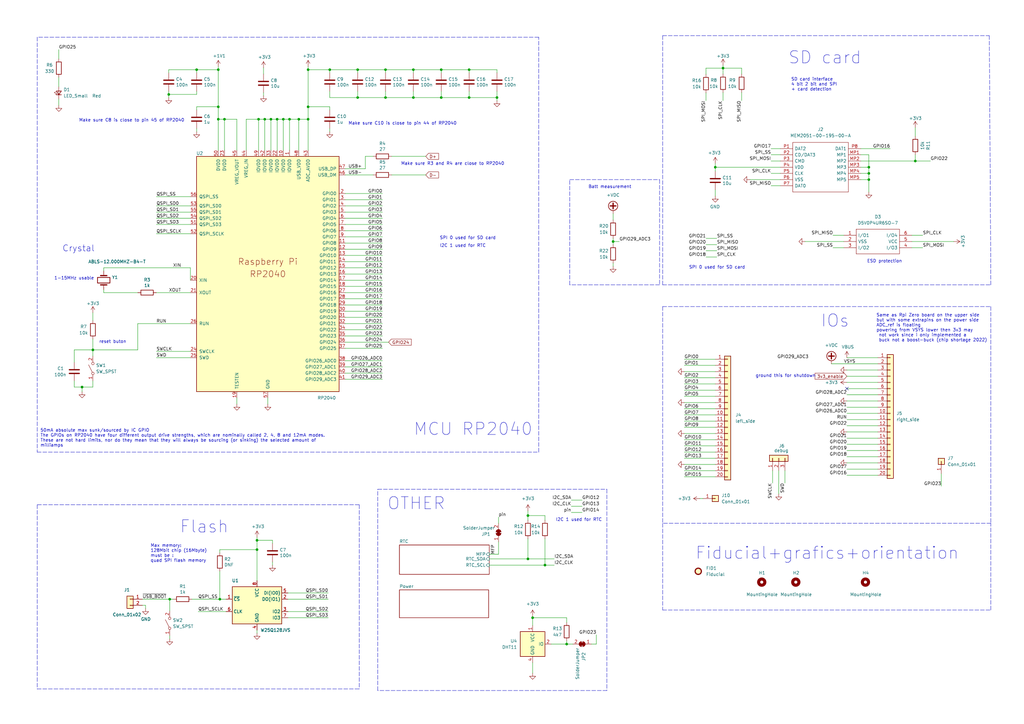
<source format=kicad_sch>
(kicad_sch (version 20211123) (generator eeschema)
  (paper "A3")
  (title_block (title "RP2040 learning board with Li ion battery and RTC") (rev "1"))
  (junction (at 169.545 40.005))
  (junction (at 203.835 40.005))
  (junction (at 218.44 253.365))
  (junction (at 108.585 48.895))
  (junction (at 118.745 48.895))
  (junction (at 106.045 48.895))
  (junction (at 90.17 245.745))
  (junction (at 105.41 221.615))
  (junction (at 89.535 48.895))
  (junction (at 375.412 66.04))
  (junction (at 126.365 48.895))
  (junction (at 89.535 43.815))
  (junction (at 113.665 48.895))
  (junction (at 192.405 28.575))
  (junction (at 89.535 28.575))
  (junction (at 192.405 40.005))
  (junction (at 111.125 48.895))
  (junction (at 69.215 38.735))
  (junction (at 296.545 27.94))
  (junction (at 80.645 28.575))
  (junction (at 126.365 43.815))
  (junction (at 158.115 40.005))
  (junction (at 116.205 48.895))
  (junction (at 135.255 28.575))
  (junction (at 158.115 28.575))
  (junction (at 293.37 68.58))
  (junction (at 180.975 28.575))
  (junction (at 356.362 68.58))
  (junction (at 146.685 40.005))
  (junction (at 69.596 245.745))
  (junction (at 251.46 99.06))
  (junction (at 38.1 143.51))
  (junction (at 216.535 229.235))
  (junction (at 146.685 28.575))
  (junction (at 180.975 40.005))
  (junction (at 223.52 231.775))
  (junction (at 356.362 73.66))
  (junction (at 33.655 158.75))
  (junction (at 122.555 48.895))
  (junction (at 126.365 28.575))
  (junction (at 356.362 71.12))
  (junction (at 232.41 264.16))
  (junction (at 105.41 225.425))
  (junction (at 92.075 48.895))
  (junction (at 169.545 28.575))
  (junction (at 216.535 211.455))
  (no_connect (at 347.345 159.385))
  (wire (pts (xy 141.605 132.715) (xy 156.845 132.715)))
  (wire (pts (xy 304.165 37.973) (xy 304.165 41.275)))
  (wire (pts (xy 169.545 37.465) (xy 169.545 40.005)))
  (wire (pts (xy 80.645 38.735) (xy 80.645 37.465)))
  (wire (pts (xy 89.535 28.575) (xy 89.535 43.815)))
  (wire (pts (xy 280.67 187.96) (xy 293.37 187.96)))
  (wire (pts (xy 360.045 187.325) (xy 347.345 187.325)))
  (wire (pts (xy 216.535 209.55) (xy 216.535 211.455)))
  (wire (pts (xy 280.67 147.32) (xy 293.37 147.32)))
  (wire (pts (xy 38.1 139.065) (xy 38.1 143.51)))
  (wire (pts (xy 64.135 86.995) (xy 78.105 86.995)))
  (polyline (pts (xy 248.92 200.66) (xy 248.92 283.21)))
  (wire (pts (xy 244.602 264.16) (xy 242.57 264.16)))
  (wire (pts (xy 346.075 96.52) (xy 341.63 96.52)))
  (wire (pts (xy 59.69 248.285) (xy 59.69 249.555)))
  (wire (pts (xy 304.165 27.94) (xy 304.165 30.353)))
  (wire (pts (xy 356.362 63.5) (xy 356.362 68.58)))
  (wire (pts (xy 280.67 190.5) (xy 293.37 190.5)))
  (wire (pts (xy 192.405 29.845) (xy 192.405 28.575)))
  (wire (pts (xy 375.412 52.324) (xy 375.412 55.88)))
  (wire (pts (xy 146.685 29.845) (xy 146.685 28.575)))
  (wire (pts (xy 141.605 94.615) (xy 156.845 94.615)))
  (wire (pts (xy 234.315 210.185) (xy 238.76 210.185)))
  (wire (pts (xy 89.535 48.895) (xy 89.535 61.595)))
  (wire (pts (xy 280.67 160.02) (xy 293.37 160.02)))
  (wire (pts (xy 141.605 89.535) (xy 156.845 89.535)))
  (wire (pts (xy 80.645 52.705) (xy 80.645 53.975)))
  (wire (pts (xy 200.66 229.235) (xy 216.535 229.235)))
  (wire (pts (xy 360.045 159.385) (xy 347.345 159.385)))
  (wire (pts (xy 204.47 222.25) (xy 204.47 227.33)))
  (wire (pts (xy 360.045 182.245) (xy 347.345 182.245)))
  (wire (pts (xy 69.215 38.735) (xy 80.645 38.735)))
  (wire (pts (xy 78.105 132.715) (xy 56.515 132.715)))
  (wire (pts (xy 374.015 96.52) (xy 378.46 96.52)))
  (polyline (pts (xy 220.98 185.42) (xy 220.98 15.24)))
  (wire (pts (xy 280.67 162.56) (xy 293.37 162.56)))
  (wire (pts (xy 80.645 28.575) (xy 89.535 28.575)))
  (wire (pts (xy 69.596 260.731) (xy 69.596 262.001)))
  (wire (pts (xy 251.46 87.63) (xy 251.46 90.17)))
  (wire (pts (xy 356.362 71.12) (xy 356.362 73.66)))
  (wire (pts (xy 64.135 84.455) (xy 78.105 84.455)))
  (wire (pts (xy 280.67 165.1) (xy 293.37 165.1)))
  (wire (pts (xy 141.605 147.955) (xy 156.845 147.955)))
  (wire (pts (xy 78.105 114.935) (xy 78.105 109.855)))
  (wire (pts (xy 226.06 264.16) (xy 232.41 264.16)))
  (wire (pts (xy 24.13 20.32) (xy 24.13 24.13)))
  (wire (pts (xy 192.405 37.465) (xy 192.405 40.005)))
  (wire (pts (xy 347.345 146.685) (xy 360.045 146.685)))
  (wire (pts (xy 347.345 174.625) (xy 360.045 174.625)))
  (wire (pts (xy 316.23 60.96) (xy 320.04 60.96)))
  (polyline (pts (xy 271.78 116.84) (xy 406.4 116.84)))
  (wire (pts (xy 126.365 43.815) (xy 126.365 48.895)))
  (wire (pts (xy 69.215 29.845) (xy 69.215 28.575)))
  (wire (pts (xy 118.745 48.895) (xy 118.745 61.595)))
  (wire (pts (xy 141.605 142.875) (xy 156.845 142.875)))
  (wire (pts (xy 118.11 243.205) (xy 134.62 243.205)))
  (wire (pts (xy 100.965 48.895) (xy 106.045 48.895)))
  (wire (pts (xy 232.41 262.89) (xy 232.41 264.16)))
  (wire (pts (xy 234.315 207.645) (xy 238.76 207.645)))
  (wire (pts (xy 289.56 38.1) (xy 289.56 41.275)))
  (wire (pts (xy 203.835 37.465) (xy 203.835 40.005)))
  (wire (pts (xy 33.655 158.75) (xy 30.48 158.75)))
  (wire (pts (xy 158.115 40.005) (xy 146.685 40.005)))
  (wire (pts (xy 169.545 40.005) (xy 158.115 40.005)))
  (wire (pts (xy 141.605 86.995) (xy 156.845 86.995)))
  (wire (pts (xy 118.745 48.895) (xy 122.555 48.895)))
  (wire (pts (xy 97.155 61.595) (xy 97.155 48.895)))
  (wire (pts (xy 89.535 43.815) (xy 89.535 48.895)))
  (wire (pts (xy 90.17 245.745) (xy 92.71 245.745)))
  (wire (pts (xy 280.67 175.26) (xy 293.37 175.26)))
  (wire (pts (xy 218.44 253.365) (xy 218.44 256.54)))
  (polyline (pts (xy 248.92 283.21) (xy 154.94 283.21)))
  (wire (pts (xy 141.605 97.155) (xy 156.845 97.155)))
  (wire (pts (xy 216.535 229.235) (xy 227.33 229.235)))
  (wire (pts (xy 192.405 28.575) (xy 203.835 28.575)))
  (wire (pts (xy 42.545 120.015) (xy 56.515 120.015)))
  (wire (pts (xy 135.255 28.575) (xy 146.685 28.575)))
  (wire (pts (xy 24.13 31.75) (xy 24.13 35.56)))
  (wire (pts (xy 105.41 220.345) (xy 105.41 221.615)))
  (wire (pts (xy 126.365 43.815) (xy 135.255 43.815)))
  (wire (pts (xy 296.545 27.94) (xy 296.545 30.353)))
  (wire (pts (xy 158.115 37.465) (xy 158.115 40.005)))
  (wire (pts (xy 141.605 122.555) (xy 156.845 122.555)))
  (wire (pts (xy 347.345 189.865) (xy 360.045 189.865)))
  (wire (pts (xy 58.42 248.285) (xy 59.69 248.285)))
  (wire (pts (xy 280.67 177.8) (xy 293.37 177.8)))
  (wire (pts (xy 244.602 260.35) (xy 244.602 264.16)))
  (wire (pts (xy 280.67 185.42) (xy 293.37 185.42)))
  (wire (pts (xy 30.48 143.51) (xy 38.1 143.51)))
  (wire (pts (xy 293.37 68.58) (xy 293.37 70.231)))
  (wire (pts (xy 347.345 154.305) (xy 360.045 154.305)))
  (wire (pts (xy 89.535 27.305) (xy 89.535 28.575)))
  (wire (pts (xy 223.52 211.455) (xy 223.52 213.36)))
  (wire (pts (xy 149.86 64.135) (xy 149.86 69.215)))
  (wire (pts (xy 141.605 135.255) (xy 156.845 135.255)))
  (wire (pts (xy 64.135 89.535) (xy 78.105 89.535)))
  (wire (pts (xy 346.075 101.6) (xy 341.63 101.6)))
  (wire (pts (xy 141.605 120.015) (xy 156.845 120.015)))
  (wire (pts (xy 141.605 130.175) (xy 156.845 130.175)))
  (wire (pts (xy 353.06 63.5) (xy 356.362 63.5)))
  (polyline (pts (xy 154.94 200.66) (xy 248.92 200.66)))
  (wire (pts (xy 92.075 61.595) (xy 92.075 48.895)))
  (wire (pts (xy 169.545 29.845) (xy 169.545 28.575)))
  (wire (pts (xy 78.105 95.885) (xy 64.135 95.885)))
  (wire (pts (xy 347.345 177.165) (xy 360.045 177.165)))
  (wire (pts (xy 280.67 154.94) (xy 293.37 154.94)))
  (polyline (pts (xy 406.4 214.63) (xy 271.78 214.63)))
  (wire (pts (xy 42.545 118.745) (xy 42.545 120.015)))
  (wire (pts (xy 289.56 27.94) (xy 289.56 30.48)))
  (wire (pts (xy 69.215 28.575) (xy 80.645 28.575)))
  (polyline (pts (xy 271.78 14.605) (xy 271.78 116.84)))
  (wire (pts (xy 146.685 37.465) (xy 146.685 40.005)))
  (wire (pts (xy 141.605 99.695) (xy 156.845 99.695)))
  (wire (pts (xy 180.975 29.845) (xy 180.975 28.575)))
  (wire (pts (xy 33.655 158.75) (xy 33.655 160.655)))
  (wire (pts (xy 69.596 245.745) (xy 58.42 245.745)))
  (wire (pts (xy 160.655 64.135) (xy 174.625 64.135)))
  (wire (pts (xy 108.585 61.595) (xy 108.585 48.895)))
  (polyline (pts (xy 406.4 125.73) (xy 406.4 214.63)))
  (polyline (pts (xy 270.51 73.66) (xy 270.51 116.84)))
  (wire (pts (xy 216.535 213.36) (xy 216.535 211.455)))
  (wire (pts (xy 111.76 221.615) (xy 105.41 221.615)))
  (wire (pts (xy 78.105 144.145) (xy 64.135 144.145)))
  (wire (pts (xy 353.06 66.04) (xy 375.412 66.04)))
  (wire (pts (xy 141.605 127.635) (xy 156.845 127.635)))
  (wire (pts (xy 108.077 37.973) (xy 108.077 39.243)))
  (wire (pts (xy 316.23 66.04) (xy 320.04 66.04)))
  (polyline (pts (xy 271.78 125.73) (xy 271.78 214.63)))
  (wire (pts (xy 218.44 252.73) (xy 218.44 253.365)))
  (wire (pts (xy 289.56 102.87) (xy 294.005 102.87)))
  (wire (pts (xy 289.56 105.41) (xy 294.005 105.41)))
  (wire (pts (xy 321.945 193.04) (xy 321.945 198.12)))
  (wire (pts (xy 56.515 132.715) (xy 56.515 143.51)))
  (wire (pts (xy 289.56 100.33) (xy 294.005 100.33)))
  (polyline (pts (xy 154.94 283.21) (xy 154.94 200.66)))
  (wire (pts (xy 135.255 45.085) (xy 135.255 43.815)))
  (wire (pts (xy 180.975 28.575) (xy 192.405 28.575)))
  (wire (pts (xy 251.46 99.06) (xy 251.46 100.33)))
  (wire (pts (xy 141.605 112.395) (xy 156.845 112.395)))
  (wire (pts (xy 141.605 125.095) (xy 156.845 125.095)))
  (wire (pts (xy 347.345 156.845) (xy 360.045 156.845)))
  (wire (pts (xy 97.155 163.195) (xy 97.155 165.735)))
  (polyline (pts (xy 271.78 14.605) (xy 405.765 14.605)))
  (wire (pts (xy 141.605 71.755) (xy 153.035 71.755)))
  (wire (pts (xy 108.077 27.813) (xy 108.077 30.353)))
  (wire (pts (xy 111.76 222.885) (xy 111.76 221.615)))
  (wire (pts (xy 360.045 164.465) (xy 347.345 164.465)))
  (wire (pts (xy 80.645 43.815) (xy 89.535 43.815)))
  (wire (pts (xy 141.605 69.215) (xy 149.86 69.215)))
  (wire (pts (xy 146.685 28.575) (xy 158.115 28.575)))
  (wire (pts (xy 111.76 230.505) (xy 111.76 231.775)))
  (wire (pts (xy 42.545 111.125) (xy 42.545 109.855)))
  (wire (pts (xy 287.02 204.47) (xy 288.29 204.47)))
  (wire (pts (xy 141.605 114.935) (xy 156.845 114.935)))
  (polyline (pts (xy 15.24 185.42) (xy 220.98 185.42)))
  (wire (pts (xy 360.045 192.405) (xy 347.345 192.405)))
  (polyline (pts (xy 147.32 207.01) (xy 15.24 207.01)))
  (wire (pts (xy 234.315 205.105) (xy 238.76 205.105)))
  (wire (pts (xy 118.11 253.365) (xy 134.62 253.365)))
  (wire (pts (xy 38.1 158.75) (xy 33.655 158.75)))
  (wire (pts (xy 113.665 48.895) (xy 116.205 48.895)))
  (wire (pts (xy 280.67 195.58) (xy 293.37 195.58)))
  (wire (pts (xy 280.67 172.72) (xy 293.37 172.72)))
  (wire (pts (xy 356.362 68.58) (xy 356.362 71.12)))
  (wire (pts (xy 111.125 61.595) (xy 111.125 48.895)))
  (polyline (pts (xy 15.24 207.01) (xy 15.24 282.575)))
  (wire (pts (xy 38.1 143.51) (xy 56.515 143.51)))
  (polyline (pts (xy 271.78 250.19) (xy 406.4 250.19)))
  (polyline (pts (xy 147.32 207.01) (xy 147.32 282.575)))
  (wire (pts (xy 141.605 81.915) (xy 156.845 81.915)))
  (wire (pts (xy 293.37 68.58) (xy 320.04 68.58)))
  (wire (pts (xy 135.255 37.465) (xy 135.255 40.005)))
  (wire (pts (xy 118.11 245.745) (xy 134.62 245.745)))
  (wire (pts (xy 42.545 109.855) (xy 78.105 109.855)))
  (wire (pts (xy 38.1 128.27) (xy 38.1 131.445)))
  (wire (pts (xy 293.37 67.056) (xy 293.37 68.58)))
  (wire (pts (xy 126.365 28.575) (xy 126.365 43.815)))
  (wire (pts (xy 353.06 60.96) (xy 365.125 60.96)))
  (wire (pts (xy 69.215 37.465) (xy 69.215 38.735)))
  (wire (pts (xy 135.255 29.845) (xy 135.255 28.575)))
  (wire (pts (xy 80.645 45.085) (xy 80.645 43.815)))
  (wire (pts (xy 204.47 212.09) (xy 204.47 214.63)))
  (wire (pts (xy 135.255 52.705) (xy 135.255 53.975)))
  (wire (pts (xy 78.74 245.745) (xy 90.17 245.745)))
  (wire (pts (xy 251.46 99.06) (xy 254 99.06)))
  (wire (pts (xy 203.835 40.005) (xy 203.835 41.275)))
  (wire (pts (xy 90.17 234.315) (xy 90.17 245.745)))
  (wire (pts (xy 347.345 169.545) (xy 360.045 169.545)))
  (polyline (pts (xy 15.24 282.575) (xy 147.32 282.575)))
  (wire (pts (xy 158.115 28.575) (xy 169.545 28.575)))
  (wire (pts (xy 316.23 71.12) (xy 320.04 71.12)))
  (wire (pts (xy 106.045 61.595) (xy 106.045 48.895)))
  (wire (pts (xy 92.075 48.895) (xy 89.535 48.895)))
  (wire (pts (xy 30.48 156.21) (xy 30.48 158.75)))
  (wire (pts (xy 200.66 231.775) (xy 223.52 231.775)))
  (wire (pts (xy 169.545 28.575) (xy 180.975 28.575)))
  (wire (pts (xy 360.045 184.785) (xy 347.345 184.785)))
  (wire (pts (xy 126.365 48.895) (xy 126.365 61.595)))
  (wire (pts (xy 360.045 167.005) (xy 347.345 167.005)))
  (wire (pts (xy 158.115 29.845) (xy 158.115 28.575)))
  (polyline (pts (xy 270.51 116.84) (xy 233.68 116.84)))
  (wire (pts (xy 78.105 80.645) (xy 64.135 80.645)))
  (wire (pts (xy 141.605 84.455) (xy 156.845 84.455)))
  (wire (pts (xy 38.1 143.51) (xy 38.1 146.05)))
  (wire (pts (xy 78.105 146.685) (xy 64.135 146.685)))
  (wire (pts (xy 316.23 63.5) (xy 320.04 63.5)))
  (polyline (pts (xy 233.68 73.66) (xy 270.51 73.66)))
  (wire (pts (xy 340.995 149.225) (xy 360.045 149.225)))
  (wire (pts (xy 30.48 143.51) (xy 30.48 148.59)))
  (wire (pts (xy 141.605 137.795) (xy 156.845 137.795)))
  (wire (pts (xy 251.46 107.95) (xy 251.46 109.22)))
  (wire (pts (xy 360.045 194.945) (xy 347.345 194.945)))
  (wire (pts (xy 356.362 73.66) (xy 353.06 73.66)))
  (wire (pts (xy 71.12 245.745) (xy 69.596 245.745)))
  (wire (pts (xy 232.41 253.365) (xy 218.44 253.365)))
  (wire (pts (xy 105.41 225.425) (xy 105.41 238.125)))
  (wire (pts (xy 113.665 61.595) (xy 113.665 48.895)))
  (wire (pts (xy 280.67 152.4) (xy 293.37 152.4)))
  (wire (pts (xy 223.52 231.775) (xy 227.33 231.775)))
  (wire (pts (xy 251.46 97.79) (xy 251.46 99.06)))
  (polyline (pts (xy 271.78 125.73) (xy 406.4 125.73)))
  (wire (pts (xy 289.56 27.94) (xy 296.545 27.94)))
  (polyline (pts (xy 220.98 15.24) (xy 15.24 15.24)))
  (wire (pts (xy 64.135 120.015) (xy 78.105 120.015)))
  (wire (pts (xy 106.045 48.895) (xy 108.585 48.895)))
  (polyline (pts (xy 271.78 214.63) (xy 271.78 250.19)))
  (wire (pts (xy 160.655 71.755) (xy 174.625 71.755)))
  (wire (pts (xy 64.135 92.075) (xy 78.105 92.075)))
  (wire (pts (xy 109.855 163.195) (xy 109.855 165.735)))
  (wire (pts (xy 280.67 167.64) (xy 293.37 167.64)))
  (wire (pts (xy 141.605 104.775) (xy 156.845 104.775)))
  (wire (pts (xy 116.205 61.595) (xy 116.205 48.895)))
  (wire (pts (xy 97.155 48.895) (xy 92.075 48.895)))
  (wire (pts (xy 180.975 37.465) (xy 180.975 40.005)))
  (wire (pts (xy 90.17 225.425) (xy 105.41 225.425)))
  (wire (pts (xy 141.605 150.495) (xy 156.845 150.495)))
  (wire (pts (xy 180.975 40.005) (xy 169.545 40.005)))
  (wire (pts (xy 69.215 38.735) (xy 69.215 40.005)))
  (wire (pts (xy 319.405 193.04) (xy 319.405 202.565)))
  (wire (pts (xy 316.865 193.04) (xy 316.865 198.12)))
  (wire (pts (xy 360.045 179.705) (xy 347.345 179.705)))
  (wire (pts (xy 216.535 211.455) (xy 223.52 211.455)))
  (wire (pts (xy 146.685 40.005) (xy 135.255 40.005)))
  (wire (pts (xy 280.67 182.88) (xy 293.37 182.88)))
  (polyline (pts (xy 406.4 250.19) (xy 406.4 214.63)))
  (wire (pts (xy 307.594 73.66) (xy 320.04 73.66)))
  (wire (pts (xy 141.605 92.075) (xy 156.845 92.075)))
  (wire (pts (xy 296.545 26.797) (xy 296.545 27.94)))
  (wire (pts (xy 141.605 107.315) (xy 156.845 107.315)))
  (wire (pts (xy 192.405 40.005) (xy 180.975 40.005)))
  (wire (pts (xy 116.205 48.895) (xy 118.745 48.895)))
  (wire (pts (xy 347.345 172.085) (xy 360.045 172.085)))
  (wire (pts (xy 90.17 226.695) (xy 90.17 225.425)))
  (wire (pts (xy 234.95 264.16) (xy 232.41 264.16)))
  (wire (pts (xy 141.605 117.475) (xy 156.845 117.475)))
  (wire (pts (xy 141.605 155.575) (xy 156.845 155.575)))
  (wire (pts (xy 100.965 61.595) (xy 100.965 48.895)))
  (wire (pts (xy 353.06 71.12) (xy 356.362 71.12)))
  (wire (pts (xy 105.41 221.615) (xy 105.41 225.425)))
  (wire (pts (xy 280.67 157.48) (xy 293.37 157.48)))
  (wire (pts (xy 203.835 29.845) (xy 203.835 28.575)))
  (wire (pts (xy 386.08 194.31) (xy 386.08 199.39)))
  (wire (pts (xy 218.44 271.78) (xy 218.44 276.098)))
  (wire (pts (xy 347.345 151.765) (xy 360.045 151.765)))
  (wire (pts (xy 122.555 48.895) (xy 126.365 48.895)))
  (wire (pts (xy 280.67 180.34) (xy 293.37 180.34)))
  (wire (pts (xy 280.67 170.18) (xy 293.37 170.18)))
  (wire (pts (xy 122.555 61.595) (xy 122.555 48.895)))
  (wire (pts (xy 374.015 101.6) (xy 378.46 101.6)))
  (wire (pts (xy 223.52 220.98) (xy 223.52 231.775)))
  (wire (pts (xy 149.86 64.135) (xy 153.035 64.135)))
  (wire (pts (xy 374.015 99.06) (xy 391.16 99.06)))
  (polyline (pts (xy 15.24 15.24) (xy 15.24 185.42)))
  (wire (pts (xy 293.37 77.851) (xy 293.37 80.391)))
  (wire (pts (xy 126.365 28.575) (xy 135.255 28.575)))
  (wire (pts (xy 81.28 250.825) (xy 92.71 250.825)))
  (wire (pts (xy 232.41 255.27) (xy 232.41 253.365)))
  (polyline (pts (xy 406.4 116.84) (xy 405.765 14.605)))
  (wire (pts (xy 289.56 97.79) (xy 294.005 97.79)))
  (wire (pts (xy 375.412 63.5) (xy 375.412 66.04)))
  (wire (pts (xy 353.06 68.58) (xy 356.362 68.58)))
  (wire (pts (xy 141.605 140.335) (xy 159.385 140.335)))
  (wire (pts (xy 141.605 109.855) (xy 156.845 109.855)))
  (wire (pts (xy 316.23 76.2) (xy 320.04 76.2)))
  (polyline (pts (xy 233.68 116.84) (xy 233.68 73.66)))
  (wire (pts (xy 296.545 37.973) (xy 296.545 41.275)))
  (wire (pts (xy 280.67 193.04) (xy 293.37 193.04)))
  (wire (pts (xy 105.41 258.445) (xy 105.41 259.715)))
  (wire (pts (xy 111.125 48.895) (xy 113.665 48.895)))
  (wire (pts (xy 126.365 27.305) (xy 126.365 28.575)))
  (wire (pts (xy 118.11 250.825) (xy 134.62 250.825)))
  (wire (pts (xy 24.13 40.64) (xy 24.13 43.18)))
  (wire (pts (xy 108.585 48.895) (xy 111.125 48.895)))
  (wire (pts (xy 356.362 78.74) (xy 356.362 73.66)))
  (wire (pts (xy 80.645 29.845) (xy 80.645 28.575)))
  (wire (pts (xy 141.605 153.035) (xy 156.845 153.035)))
  (wire (pts (xy 38.1 156.21) (xy 38.1 158.75)))
  (wire (pts (xy 192.405 40.005) (xy 203.835 40.005)))
  (wire (pts (xy 296.545 27.94) (xy 304.165 27.94)))
  (wire (pts (xy 216.535 220.98) (xy 216.535 229.235)))
  (wire (pts (xy 69.596 245.745) (xy 69.596 250.571)))
  (wire (pts (xy 200.66 227.33) (xy 204.47 227.33)))
  (wire (pts (xy 360.045 161.925) (xy 347.345 161.925)))
  (wire (pts (xy 141.605 102.235) (xy 156.845 102.235)))
  (wire (pts (xy 141.605 79.375) (xy 156.845 79.375)))
  (wire (pts (xy 330.2 99.06) (xy 346.075 99.06)))
  (wire (pts (xy 375.412 66.04) (xy 381.635 66.04)))
  (wire (pts (xy 280.67 149.86) (xy 293.37 149.86)))
  (text "I2C 1 used for RTC" (at 180.34 101.6 0) (effects (font (size 1.27 1.27)) (justify left bottom)))
  (text "Fiducial+grafics+orientation" (at 285.115 229.87 0) (effects (font (size 5 5)) (justify left bottom)))
  (text "SD card interface\n4 bit 2 bit and SPI\n+ card detection" (at 324.485 37.465 0) (effects (font (size 1.27 1.27)) (justify left bottom)))
  (text "OTHER" (at 158.75 209.55 0) (effects (font (size 5 5)) (justify left bottom)))
  (text "I2C 1 used for RTC" (at 227.965 213.995 0) (effects (font (size 1.27 1.27)) (justify left bottom)))
  (text "50mA absolute max sunk/sourced by IC GPIO\nThe GPIOs on RP2040 have four different output drive strengths, which are nominally called 2, 4, 8 and 12mA modes.\nThese are not hard limits, nor do they mean that they will always be sourcing (or sinking) the selected amount of\nmilliamps" (at 16.51 183.515 0) (effects (font (size 1.27 1.27)) (justify left bottom)))
  (text "IOs" (at 336.55 134.62 0) (effects (font (size 5 5)) (justify left bottom)))
  (text "Same as Rpi Zero board on the upper side\nbut with some extrapins on the power side\nADC_ref is floating\npowering from VSYS lower then 3v3 may\n not work since i only implemented a\n buck not a boost-buck (chip shortage 2022)" (at 359.41 140.335 0) (effects (font (size 1.27 1.27)) (justify left bottom)))
  (text "Flash" (at 73.66 219.075 0) (effects (font (size 5 5)) (justify left bottom)))
  (text "ground this for shutdown " (at 309.88 154.94 0) (effects (font (size 1.27 1.27)) (justify left bottom)))
  (text "Crystal" (at 25.527 103.505 0) (effects (font (size 2.54 2.54)) (justify left bottom)))
  (text "SD card" (at 323.215 26.67 0) (effects (font (size 5 5)) (justify left bottom)))
  (text "MCU RP2040" (at 169.545 179.07 0) (effects (font (size 5 5)) (justify left bottom)))
  (text "Make sure C8 is close to pin 45 of RP2040" (at 32.385 50.165 0) (effects (font (size 1.27 1.27)) (justify left bottom)))
  (text "SPI 0 used for SD card" (at 180.34 98.425 0) (effects (font (size 1.27 1.27)) (justify left bottom)))
  (text "Make sure R3 and R4 are close to RP2040" (at 164.465 67.945 0) (effects (font (size 1.27 1.27)) (justify left bottom)))
  (text "Max memory:\n128Mbit chip (16Mbyte)\nmust be :\nquad SPI flash memory" (at 61.722 230.759 0) (effects (font (size 1.27 1.27)) (justify left bottom)))
  (text "1-15MHz usable" (at 22.225 114.935 0) (effects (font (size 1.27 1.27)) (justify left bottom)))
  (text "Make sure C10 is close to pin 44 of RP2040" (at 142.875 51.435 0) (effects (font (size 1.27 1.27)) (justify left bottom)))
  (text "reset buton" (at 40.64 140.97 0) (effects (font (size 1.27 1.27)) (justify left bottom)))
  (text "SPI 0 used for SD card" (at 282.575 110.49 0) (effects (font (size 1.27 1.27)) (justify left bottom)))
  (text "ESD protection" (at 355.6 107.95 0) (effects (font (size 1.27 1.27)) (justify left bottom)))
  (text "Batt measurement" (at 241.3 77.47 0) (effects (font (size 1.27 1.27)) (justify left bottom)))
  (label "QSPI_SS" (at 81.28 245.745 0))
  (label "QSPI_SD2" (at 134.62 250.825 180))
  (label "GPIO26_ADC0" (at 347.345 169.545 180))
  (label "GPIO23" (at 386.08 199.39 180))
  (label "SPI_SS" (at 316.23 63.5 180))
  (label "RUN" (at 64.135 132.715 0))
  (label "GPIO6" (at 280.67 167.64 0))
  (label "GPIO18" (at 289.56 105.41 180))
  (label "GPIO16" (at 365.125 60.96 180))
  (label "~{USB_BOOT}" (at 58.42 245.745 0))
  (label "XOUT" (at 74.295 120.015 180))
  (label "GPIO17" (at 316.23 60.96 180))
  (label "GPIO25" (at 24.13 20.32 0))
  (label "SPI_MISO" (at 316.23 76.2 180))
  (label "GPIO0" (at 156.845 79.375 180))
  (label "GPIO11" (at 280.67 182.88 0))
  (label "QSPI_SD1" (at 134.62 245.745 180))
  (label "GPIO28_ADC2" (at 156.845 153.035 180))
  (label "USB+" (at 142.875 69.215 0))
  (label "I2C_SDA" (at 227.33 229.235 0))
  (label "SPI_CLK" (at 378.46 96.52 0))
  (label "GPIO11" (at 156.845 107.315 180))
  (label "QSPI_SD1" (at 64.135 86.995 0))
  (label "GPIO24" (at 156.845 140.335 180))
  (label "GPIO14" (at 280.67 193.04 0))
  (label "GPIO8" (at 280.67 172.72 0))
  (label "XIN" (at 74.295 109.855 180))
  (label "SPI_MISO" (at 294.005 100.33 0))
  (label "pin" (at 204.47 212.09 0))
  (label "I2C_CLK" (at 234.315 207.645 180))
  (label "GPIO29_ADC3" (at 254 99.06 0))
  (label "GPIO15" (at 156.845 117.475 180))
  (label "GPIO4" (at 280.67 160.02 0))
  (label "GPIO9" (at 280.67 175.26 0))
  (label "GPIO22" (at 381.635 66.04 0))
  (label "GPIO5" (at 156.845 92.075 180))
  (label "GPIO15" (at 280.67 195.58 0))
  (label "SWD" (at 321.945 198.12 270))
  (label "GPIO20" (at 289.56 100.33 180))
  (label "GPIO2" (at 280.67 154.94 0))
  (label "GPIO20" (at 156.845 130.175 180))
  (label "SWD" (at 64.135 146.685 0))
  (label "GPIO12" (at 156.845 109.855 180))
  (label "SPI_CLK" (at 316.23 71.12 180))
  (label "QSPI_SD3" (at 134.62 253.365 180))
  (label "GPIO21" (at 347.345 179.705 180))
  (label "QSPI_SD0" (at 134.62 243.205 180))
  (label "VSYS" (at 346.075 149.225 0))
  (label "QSPI_SD3" (at 64.135 92.075 0))
  (label "GPIO27_ADC1" (at 347.345 167.005 180))
  (label "SPI_MOSI" (at 289.56 41.275 270))
  (label "GPIO3" (at 156.845 86.995 180))
  (label "QSPI_SCLK" (at 64.135 95.885 0))
  (label "I2C_SDA" (at 234.315 205.105 180))
  (label "GPIO29_ADC3" (at 156.845 155.575 180))
  (label "GPIO18" (at 347.345 187.325 180))
  (label "GPIO22" (at 347.345 174.625 180))
  (label "GPIO13" (at 238.76 207.645 0))
  (label "GPIO16" (at 347.345 194.945 180))
  (label "pin" (at 234.315 210.185 180))
  (label "QSPI_SD2" (at 64.135 89.535 0))
  (label "SPI_MISO" (at 341.63 96.52 180))
  (label "SPI_CLK" (at 296.545 41.275 270))
  (label "GPIO22" (at 156.845 135.255 180))
  (label "GPIO20" (at 347.345 182.245 180))
  (label "GPIO13" (at 156.845 112.395 180))
  (label "GPIO9" (at 156.845 102.235 180))
  (label "SPI_MISO" (at 304.165 41.275 270))
  (label "GPIO10" (at 280.67 180.34 0))
  (label "GPIO12" (at 280.67 185.42 0))
  (label "MFP" (at 203.2 227.33 90))
  (label "GPIO28_ADC2" (at 347.345 161.925 180))
  (label "GPIO19" (at 289.56 102.87 180))
  (label "GPIO13" (at 280.67 187.96 0))
  (label "SPI_SS" (at 341.63 101.6 180))
  (label "I2C_CLK" (at 227.33 231.775 0))
  (label "SPI_CLK" (at 294.005 105.41 0))
  (label "GPIO17" (at 347.345 192.405 180))
  (label "GPIO1" (at 280.67 149.86 0))
  (label "GPIO14" (at 156.845 114.935 180))
  (label "GPIO1" (at 156.845 81.915 180))
  (label "GPIO25" (at 156.845 142.875 180))
  (label "SPI_MOSI" (at 294.005 102.87 0))
  (label "GPIO18" (at 156.845 125.095 180))
  (label "GPIO12" (at 238.76 205.105 0))
  (label "USB-" (at 142.875 71.755 0))
  (label "QSPI_SCLK" (at 81.28 250.825 0))
  (label "GPIO26_ADC0" (at 156.845 147.955 180))
  (label "QSPI_SS" (at 64.135 80.645 0))
  (label "GPIO2" (at 156.845 84.455 180))
  (label "GPIO23" (at 244.602 260.35 180))
  (label "GPIO6" (at 156.845 94.615 180))
  (label "GPIO14" (at 238.76 210.185 0))
  (label "SWCLK" (at 316.865 198.12 270))
  (label "GPIO19" (at 156.845 127.635 180))
  (label "SWCLK" (at 64.135 144.145 0))
  (label "GPIO29_ADC3" (at 318.77 147.32 0))
  (label "GPIO23" (at 156.845 137.795 180))
  (label "GPIO5" (at 280.67 162.56 0))
  (label "SPI_SS" (at 294.005 97.79 0))
  (label "GPIO21" (at 289.56 97.79 180))
  (label "SPI_MOSI" (at 378.46 101.6 0))
  (label "GPIO19" (at 347.345 184.785 180))
  (label "GPIO21" (at 156.845 132.715 180))
  (label "QSPI_SD0" (at 64.135 84.455 0))
  (label "GPIO8" (at 156.845 99.695 180))
  (label "GPIO17" (at 156.845 122.555 180))
  (label "GPIO16" (at 156.845 120.015 180))
  (label "RUN" (at 347.345 172.085 180))
  (label "GPIO7" (at 156.845 97.155 180))
  (label "GPIO0" (at 280.67 147.32 0))
  (label "GPIO4" (at 156.845 89.535 180))
  (label "GPIO3" (at 280.67 157.48 0))
  (label "GPIO27_ADC1" (at 156.845 150.495 180))
  (label "GPIO7" (at 280.67 170.18 0))
  (label "SPI_MOSI" (at 316.23 66.04 180))
  (label "GPIO10" (at 156.845 104.775 180))
  (global_label "D+" (shape input) (at 174.625 64.135 0) (property "Intersheet References" "${INTERSHEET_REFS}" (effects hide)))
  (global_label "3v3_enable" (shape input) (at 347.345 154.305 180) (property "Intersheet References" "${INTERSHEET_REFS}" (effects hide)))
  (global_label "GPIO24" (shape input) (at 159.385 140.335 0) (property "Intersheet References" "${INTERSHEET_REFS}" (effects hide)))
  (global_label "D-" (shape input) (at 174.625 71.755 0) (property "Intersheet References" "${INTERSHEET_REFS}" (effects hide)))
  (symbol (lib_id "Device:R") (at 251.46 93.98 0) (mirror x) (unit 1)
    (property "Reference" "R20" (at 247.65 92.71 0))
    (property "Value" "10k" (at 247.65 95.25 0))
    (property "Footprint" "Resistor_SMD:R_0603_1608Metric_Pad0.98x0.95mm_HandSolder" (effects hide))
  )
  (symbol (lib_id "Device:C") (at 30.48 152.4 0) (unit 1)
    (property "Reference" "C1" (at 23.495 151.13 0) (effects (justify left)))
    (property "Value" "100n" (at 22.225 153.67 0) (effects (justify left)))
    (property "Footprint" "Capacitor_SMD:C_0805_2012Metric_Pad1.18x1.45mm_HandSolder" (effects hide))
  )
  (symbol (lib_id "Device:C") (at 158.115 33.655 0) (unit 1)
    (property "Reference" "C13" (at 161.036 32.4866 0) (effects (justify left)))
    (property "Value" "100n" (at 161.036 34.798 0) (effects (justify left)))
    (property "Footprint" "Capacitor_SMD:C_0805_2012Metric_Pad1.18x1.45mm_HandSolder" (effects hide))
  )
  (symbol (lib_id "Device:LED_Small") (at 24.13 38.1 90) (unit 1)
    (property "Reference" "D1" (at 26.035 36.7664 90) (effects (justify right)))
    (property "Value" "LED_Small  Red" (at 26.035 39.3064 90) (effects (justify right)))
    (property "Footprint" "LED_SMD:LED_0603_1608Metric_Pad1.05x0.95mm_HandSolder" (effects hide))
  )
  (symbol (lib_id "Device:R") (at 375.412 59.69 180) (unit 1)
    (property "Reference" "R11" (at 380.6698 59.69 90))
    (property "Value" "10k" (at 378.3584 59.69 90))
    (property "Footprint" "Resistor_SMD:R_0603_1608Metric_Pad0.98x0.95mm_HandSolder" (effects hide))
  )
  (symbol (lib_id "Device:C") (at 69.215 33.655 0) (unit 1)
    (property "Reference" "C4" (at 72.136 32.4866 0) (effects (justify left)))
    (property "Value" "100n" (at 72.136 34.798 0) (effects (justify left)))
    (property "Footprint" "Capacitor_SMD:C_0805_2012Metric_Pad1.18x1.45mm_HandSolder" (effects hide))
  )
  (symbol (lib_id "Mechanical:MountingHole") (at 354.965 238.76 0) (unit 1)
    (property "Reference" "H4" (at 353.695 234.95 0) (effects (justify left)))
    (property "Value" "MountingHole" (at 348.615 243.84 0) (effects (justify left)))
    (property "Footprint" "MountingHole:MountingHole_3.2mm_M3" (effects hide))
  )
  (symbol (lib_id "Device:R") (at 156.845 64.135 270) (unit 1)
    (property "Reference" "R4" (at 156.845 58.8772 90))
    (property "Value" "27" (at 156.845 61.1886 90))
    (property "Footprint" "Resistor_SMD:R_0603_1608Metric_Pad0.98x0.95mm_HandSolder" (effects hide))
  )
  (symbol (lib_id "Device:C") (at 108.077 34.163 0) (unit 1)
    (property "Reference" "C8" (at 110.998 32.9946 0) (effects (justify left)))
    (property "Value" "10u" (at 110.998 35.306 0) (effects (justify left)))
    (property "Footprint" "Capacitor_THT:CP_Radial_D8.0mm_P3.50mm" (effects hide))
  )
  (symbol (lib_id "SamacSys_Parts:MEM2051-00-195-00-A") (at 320.04 60.96 0) (unit 1)
    (property "Reference" "J2" (at 336.55 53.086 0))
    (property "Value" "MEM2051-00-195-00-A" (at 336.55 55.626 0))
    (property "Footprint" "SamacSys_Parts:MEM20510019500A" (effects hide))
    (property "Datasheet" "https://gct.co/files/drawings/mem2051.pdf" (effects hide))
    (property "Description" "MICRO SD PUSH PUSH, OPEN, SMT, 1" (effects hide))
    (property "Height" "2.05" (effects hide))
    (property "Mouser Part Number" "640-MEM20510019500A" (effects hide))
    (property "Mouser Price/Stock" "https://www.mouser.co.uk/ProductDetail/GCT/MEM2051-00-195-00-A?qs=KUoIvG%2F9Ilat7yfJRNWXUQ%3D%3D" (effects hide))
    (property "Manufacturer_Name" "GCT (GLOBAL CONNECTOR TECHNOLOGY)" (effects hide))
    (property "Manufacturer_Part_Number" "MEM2051-00-195-00-A" (effects hide))
  )
  (symbol (lib_id "Device:C") (at 135.255 48.895 0) (unit 1)
    (property "Reference" "C10" (at 138.176 47.7266 0) (effects (justify left)))
    (property "Value" "1u" (at 138.176 50.038 0) (effects (justify left)))
    (property "Footprint" "Capacitor_SMD:C_0805_2012Metric_Pad1.18x1.45mm_HandSolder" (effects hide))
  )
  (symbol (lib_id "power:GND") (at 251.46 109.22 0) (unit 1)
    (property "Reference" "#PWR070" (effects hide))
    (property "Value" "GND" (effects hide))
  )
  (symbol (lib_id "power:+3V3") (at 296.545 26.797 0) (unit 1)
    (property "Reference" "#PWR027" (effects hide))
    (property "Value" "+3V3" (at 296.545 22.987 0))
  )
  (symbol (lib_id "Mechanical:Fiducial") (at 286.385 234.315 0) (unit 1)
    (property "Reference" "FID1" (at 289.56 233.0449 0) (effects (justify left)))
    (property "Value" "Fiducial" (at 289.56 235.5849 0) (effects (justify left)))
    (property "Footprint" "Fiducial:Fiducial_0.5mm_Mask1mm" (effects hide))
  )
  (symbol (lib_id "power:+3V3") (at 105.41 220.345 0) (unit 1)
    (property "Reference" "#PWR02" (effects hide))
    (property "Value" "+3V3" (at 105.791 215.9508 0))
  )
  (symbol (lib_id "power:VBUS") (at 347.345 146.685 0) (unit 1)
    (property "Reference" "#PWR025" (effects hide))
    (property "Value" "VBUS" (at 347.726 142.2908 0))
  )
  (symbol (lib_id "Switch:SW_SPST") (at 69.596 255.651 90) (unit 1)
    (property "Reference" "SW2" (at 70.866 254.3809 90) (effects (justify right)))
    (property "Value" "SW_SPST" (at 70.866 256.9209 90) (effects (justify right)))
    (property "Footprint" "SamacSys_Parts:PTS526SK15SMTR2LFS" (effects hide))
  )
  (symbol (lib_id "Device:R") (at 251.46 104.14 0) (mirror x) (unit 1)
    (property "Reference" "R22" (at 247.65 102.87 0))
    (property "Value" "10k" (at 247.65 105.41 0))
    (property "Footprint" "Resistor_SMD:R_0603_1608Metric_Pad0.98x0.95mm_HandSolder" (effects hide))
  )
  (symbol (lib_id "power:+3V3") (at 375.412 52.324 0) (unit 1)
    (property "Reference" "#PWR032" (effects hide))
    (property "Value" "+3V3" (at 375.412 48.514 0))
  )
  (symbol (lib_id "Device:R") (at 60.325 120.015 270) (unit 1)
    (property "Reference" "R3" (at 60.325 114.7572 90))
    (property "Value" "1k" (at 60.325 117.0686 90))
    (property "Footprint" "Resistor_SMD:R_0603_1608Metric_Pad0.98x0.95mm_HandSolder" (effects hide))
  )
  (symbol (lib_id "Device:R") (at 38.1 135.255 0) (mirror x) (unit 1)
    (property "Reference" "R7" (at 34.29 133.985 0))
    (property "Value" "10k" (at 34.29 136.525 0))
    (property "Footprint" "Resistor_SMD:R_0603_1608Metric_Pad0.98x0.95mm_HandSolder" (effects hide))
  )
  (symbol (lib_id "Connector_Generic:Conn_01x03") (at 319.405 187.96 90) (unit 1)
    (property "Reference" "J6" (at 319.405 182.88 90) (effects (justify right)))
    (property "Value" "debug" (at 317.5 184.785 90) (effects (justify right)))
    (property "Footprint" "Connector_PinSocket_2.54mm:PinSocket_1x03_P2.54mm_Vertical" (effects hide))
  )
  (symbol (lib_id "power:+3.3V") (at 293.37 67.056 0) (mirror y) (unit 1)
    (property "Reference" "#PWR019" (effects hide))
    (property "Value" "+3.3V" (at 292.989 62.6618 0))
  )
  (symbol (lib_id "Device:C") (at 180.975 33.655 0) (unit 1)
    (property "Reference" "C15" (at 183.896 32.4866 0) (effects (justify left)))
    (property "Value" "100n" (at 183.896 34.798 0) (effects (justify left)))
    (property "Footprint" "Capacitor_SMD:C_0805_2012Metric_Pad1.18x1.45mm_HandSolder" (effects hide))
  )
  (symbol (lib_id "power:GND") (at 105.41 259.715 0) (unit 1)
    (property "Reference" "#PWR03" (effects hide))
    (property "Value" "GND" (effects hide))
  )
  (symbol (lib_id "power:GND") (at 80.645 53.975 0) (unit 1)
    (property "Reference" "#PWR08" (effects hide))
    (property "Value" "GND" (effects hide))
  )
  (symbol (lib_id "Device:C") (at 203.835 33.655 0) (unit 1)
    (property "Reference" "C17" (at 206.756 32.4866 0) (effects (justify left)))
    (property "Value" "100n" (at 206.756 34.798 0) (effects (justify left)))
    (property "Footprint" "Capacitor_SMD:C_0805_2012Metric_Pad1.18x1.45mm_HandSolder" (effects hide))
  )
  (symbol (lib_id "power:GND") (at 69.215 40.005 0) (unit 1)
    (property "Reference" "#PWR06" (effects hide))
    (property "Value" "GND" (effects hide))
  )
  (symbol (lib_id "power:GND") (at 347.345 151.765 270) (mirror x) (unit 1)
    (property "Reference" "#PWR053" (effects hide))
    (property "Value" "GND" (effects hide))
  )
  (symbol (lib_id "Mechanical:MountingHole") (at 312.42 238.76 0) (unit 1)
    (property "Reference" "H1" (at 311.15 234.95 0) (effects (justify left)))
    (property "Value" "MountingHole" (at 306.07 243.84 0) (effects (justify left)))
    (property "Footprint" "MountingHole:MountingHole_3.2mm_M3" (effects hide))
  )
  (symbol (lib_id "power:GND") (at 307.594 73.66 270) (unit 1)
    (property "Reference" "#PWR029" (effects hide))
    (property "Value" "GND" (effects hide))
  )
  (symbol (lib_id "Device:R") (at 296.545 34.163 0) (mirror x) (unit 1)
    (property "Reference" "R8" (at 292.735 32.893 0))
    (property "Value" "10k" (at 292.735 35.433 0))
    (property "Footprint" "Resistor_SMD:R_0603_1608Metric_Pad0.98x0.95mm_HandSolder" (effects hide))
  )
  (symbol (lib_id "power:GND") (at 59.69 249.555 0) (unit 1)
    (property "Reference" "#PWR01" (effects hide))
    (property "Value" "GND" (at 59.817 253.9492 0))
  )
  (symbol (lib_id "Switch:SW_SPST") (at 38.1 151.13 90) (unit 1)
    (property "Reference" "SW1" (at 39.37 149.8599 90) (effects (justify right)))
    (property "Value" "SW_SPST" (at 39.37 152.3999 90) (effects (justify right)))
    (property "Footprint" "SamacSys_Parts:PTS526SK15SMTR2LFS" (effects hide))
  )
  (symbol (lib_id "power:+VDC") (at 340.995 149.225 0) (unit 1)
    (property "Reference" "#PWR0107" (effects hide))
    (property "Value" "+VDC" (at 340.995 141.605 0))
  )
  (symbol (lib_id "power:GND") (at 319.405 202.565 0) (mirror y) (unit 1)
    (property "Reference" "#PWR038" (effects hide))
    (property "Value" "GND" (effects hide))
  )
  (symbol (lib_id "power:+3V3") (at 126.365 27.305 0) (unit 1)
    (property "Reference" "#PWR017" (effects hide))
    (property "Value" "+3V3" (at 126.746 22.9108 0))
  )
  (symbol (lib_id "power:GND") (at 347.345 189.865 270) (mirror x) (unit 1)
    (property "Reference" "#PWR056" (effects hide))
    (property "Value" "GND" (effects hide))
  )
  (symbol (lib_id "power:+VDC") (at 251.46 87.63 0) (unit 1)
    (property "Reference" "#PWR067" (effects hide))
    (property "Value" "+VDC" (at 251.46 80.01 0))
  )
  (symbol (lib_id "Device:C") (at 80.645 48.895 0) (unit 1)
    (property "Reference" "C6" (at 83.566 47.7266 0) (effects (justify left)))
    (property "Value" "1u" (at 83.566 50.038 0) (effects (justify left)))
    (property "Footprint" "Capacitor_SMD:C_0805_2012Metric_Pad1.18x1.45mm_HandSolder" (effects hide))
  )
  (symbol (lib_id "power:GND") (at 293.37 80.391 0) (mirror y) (unit 1)
    (property "Reference" "#PWR020" (effects hide))
    (property "Value" "GND" (at 293.243 84.7852 0))
  )
  (symbol (lib_id "Device:R") (at 90.17 230.505 0) (unit 1)
    (property "Reference" "R2" (at 91.948 229.3366 0) (effects (justify left)))
    (property "Value" "DNF" (at 91.948 231.648 0) (effects (justify left)))
    (property "Footprint" "Resistor_SMD:R_0603_1608Metric_Pad0.98x0.95mm_HandSolder" (effects hide))
  )
  (symbol (lib_id "Device:C") (at 135.255 33.655 0) (unit 1)
    (property "Reference" "C9" (at 138.176 32.4866 0) (effects (justify left)))
    (property "Value" "100n" (at 138.176 34.798 0) (effects (justify left)))
    (property "Footprint" "Capacitor_SMD:C_0805_2012Metric_Pad1.18x1.45mm_HandSolder" (effects hide))
  )
  (symbol (lib_id "power:+3V3") (at 391.16 99.06 270) (unit 1)
    (property "Reference" "#PWR023" (effects hide))
    (property "Value" "+3V3" (at 394.97 99.06 0))
  )
  (symbol (lib_id "Connector_Generic:Conn_01x01") (at 293.37 204.47 0) (unit 1)
    (property "Reference" "J10" (at 295.91 203.1999 0) (effects (justify left)))
    (property "Value" "Conn_01x01" (at 295.91 205.7399 0) (effects (justify left)))
    (property "Footprint" "Connector_PinSocket_2.54mm:PinSocket_1x01_P2.54mm_Vertical" (effects hide))
  )
  (symbol (lib_id "power:GND") (at 330.2 99.06 270) (unit 1)
    (property "Reference" "#PWR05" (effects hide))
    (property "Value" "GND" (effects hide))
  )
  (symbol (lib_id "power:GND") (at 135.255 53.975 0) (unit 1)
    (property "Reference" "#PWR018" (effects hide))
    (property "Value" "GND" (effects hide))
  )
  (symbol (lib_id "Connector_Generic:Conn_01x02") (at 53.34 245.745 0) (mirror y) (unit 1)
    (property "Reference" "J1" (at 52.07 241.935 0))
    (property "Value" "Conn_01x02" (at 52.07 252.095 0))
    (property "Footprint" "Connector_PinHeader_2.54mm:PinHeader_1x02_P2.54mm_Vertical" (effects hide))
  )
  (symbol (lib_id "Device:R") (at 289.56 34.29 0) (mirror x) (unit 1)
    (property "Reference" "R16" (at 285.75 33.02 0))
    (property "Value" "10k" (at 285.75 35.56 0))
    (property "Footprint" "Resistor_SMD:R_0603_1608Metric_Pad0.98x0.95mm_HandSolder" (effects hide))
  )
  (symbol (lib_id "Device:R") (at 304.165 34.163 0) (mirror x) (unit 1)
    (property "Reference" "R9" (at 300.355 32.893 0))
    (property "Value" "10k" (at 300.355 35.433 0))
    (property "Footprint" "Resistor_SMD:R_0603_1608Metric_Pad0.98x0.95mm_HandSolder" (effects hide))
  )
  (symbol (lib_id "Device:C") (at 169.545 33.655 0) (unit 1)
    (property "Reference" "C14" (at 172.466 32.4866 0) (effects (justify left)))
    (property "Value" "100n" (at 172.466 34.798 0) (effects (justify left)))
    (property "Footprint" "Capacitor_SMD:C_0805_2012Metric_Pad1.18x1.45mm_HandSolder" (effects hide))
  )
  (symbol (lib_id "power:+3.3V") (at 287.02 204.47 90) (mirror x) (unit 1)
    (property "Reference" "#PWR069" (effects hide))
    (property "Value" "+3.3V" (at 280.67 204.47 90))
  )
  (symbol (lib_id "MCU_RaspberryPi_RP2040:RP2040") (at 109.855 112.395 0) (unit 1)
    (property "Reference" "U2" (at 81.915 62.865 0))
    (property "Value" "RP2040" (at 133.985 163.195 0))
    (property "Footprint" "RP2040_minimal:RP2040-QFN-56" (effects hide))
  )
  (symbol (lib_id "Jumper:SolderJumper_2_Bridged") (at 238.76 264.16 180) (unit 1)
    (property "Reference" "JP2" (at 239.395 271.145 90) (effects (justify right)))
    (property "Value" "SolderJumper" (at 236.855 278.765 90) (effects (justify right)))
    (property "Footprint" "Jumper:SolderJumper-2_P1.3mm_Bridged_RoundedPad1.0x1.5mm" (effects hide))
  )
  (symbol (lib_id "Device:C") (at 146.685 33.655 0) (unit 1)
    (property "Reference" "C12" (at 149.606 32.4866 0) (effects (justify left)))
    (property "Value" "100n" (at 149.606 34.798 0) (effects (justify left)))
    (property "Footprint" "Capacitor_SMD:C_0805_2012Metric_Pad1.18x1.45mm_HandSolder" (effects hide))
  )
  (symbol (lib_id "power:GND") (at 218.44 276.098 0) (unit 1)
    (property "Reference" "#PWR028" (effects hide))
    (property "Value" "GND" (effects hide))
  )
  (symbol (lib_id "Device:R") (at 216.535 217.17 0) (mirror x) (unit 1)
    (property "Reference" "R12" (at 212.725 215.9 0))
    (property "Value" "10k" (at 212.725 218.44 0))
    (property "Footprint" "Resistor_SMD:R_0603_1608Metric_Pad0.98x0.95mm_HandSolder" (effects hide))
  )
  (symbol (lib_id "power:GND") (at 97.155 165.735 0) (unit 1)
    (property "Reference" "#PWR012" (effects hide))
    (property "Value" "GND" (effects hide))
  )
  (symbol (lib_id "Mechanical:MountingHole") (at 326.39 238.76 0) (unit 1)
    (property "Reference" "H2" (at 325.12 234.95 0) (effects (justify left)))
    (property "Value" "MountingHole" (at 320.04 243.84 0) (effects (justify left)))
    (property "Footprint" "MountingHole:MountingHole_3.2mm_M3" (effects hide))
  )
  (symbol (lib_id "SamacSys_Parts:D5V0P4UR6SO-7") (at 346.075 96.52 0) (unit 1)
    (property "Reference" "D3" (at 360.045 88.9 0))
    (property "Value" "D5V0P4UR6SO-7" (at 360.045 91.44 0))
    (property "Footprint" "SamacSys_Parts:SOT95P285X140-6N" (effects hide))
    (property "Datasheet" "https://www.arrow.com/en/products/d5v0p4ur6so-7/diodes-incorporated" (effects hide))
    (property "Description" "ESD Suppressors / TVS Diodes General Protection PP" (effects hide))
    (property "Height" "1.4" (effects hide))
    (property "Mouser Part Number" "621-D5V0P4UR6SO-7" (effects hide))
    (property "Mouser Price/Stock" "https://www.mouser.co.uk/ProductDetail/Diodes-Incorporated/D5V0P4UR6SO-7?qs=rN85NNvew%2FSjbewGRfhy7A%3D%3D" (effects hide))
    (property "Manufacturer_Name" "Diodes Inc." (effects hide))
    (property "Manufacturer_Part_Number" "D5V0P4UR6SO-7" (effects hide))
  )
  (symbol (lib_id "power:+3.3V") (at 218.44 252.73 0) (unit 1)
    (property "Reference" "#PWR037" (effects hide))
    (property "Value" "+3.3V" (at 218.44 247.65 0))
  )
  (symbol (lib_id "Device:C") (at 192.405 33.655 0) (unit 1)
    (property "Reference" "C16" (at 195.326 32.4866 0) (effects (justify left)))
    (property "Value" "100n" (at 195.326 34.798 0) (effects (justify left)))
    (property "Footprint" "Capacitor_SMD:C_0805_2012Metric_Pad1.18x1.45mm_HandSolder" (effects hide))
  )
  (symbol (lib_id "power:+1V1") (at 89.535 27.305 0) (unit 1)
    (property "Reference" "#PWR09" (effects hide))
    (property "Value" "+1V1" (at 89.916 22.9108 0))
  )
  (symbol (lib_id "power:GND") (at 347.345 164.465 270) (mirror x) (unit 1)
    (property "Reference" "#PWR054" (effects hide))
    (property "Value" "GND" (effects hide))
  )
  (symbol (lib_id "power:GND") (at 356.362 78.74 0) (unit 1)
    (property "Reference" "#PWR031" (effects hide))
    (property "Value" "GND" (effects hide))
  )
  (symbol (lib_id "power:GND") (at 280.67 177.8 270) (mirror x) (unit 1)
    (property "Reference" "#PWR026" (effects hide))
    (property "Value" "GND" (effects hide))
  )
  (symbol (lib_id "Memory_Flash:W25Q128JVS") (at 105.41 248.285 0) (unit 1)
    (property "Reference" "U1" (at 96.52 238.125 0))
    (property "Value" "W25Q128JVS" (at 113.03 258.445 0))
    (property "Footprint" "Package_SO:SOIC-8_5.23x5.23mm_P1.27mm" (effects hide))
    (property "Datasheet" "http://www.winbond.com/resource-files/w25q128jv_dtr%20revc%2003272018%20plus.pdf" (effects hide))
  )
  (symbol (lib_id "Device:C") (at 80.645 33.655 0) (unit 1)
    (property "Reference" "C5" (at 83.566 32.4866 0) (effects (justify left)))
    (property "Value" "100n" (at 83.566 34.798 0) (effects (justify left)))
    (property "Footprint" "Capacitor_SMD:C_0805_2012Metric_Pad1.18x1.45mm_HandSolder" (effects hide))
  )
  (symbol (lib_id "Device:R") (at 24.13 27.94 0) (mirror x) (unit 1)
    (property "Reference" "R6" (at 20.32 26.67 0))
    (property "Value" "330" (at 20.32 29.21 0))
    (property "Footprint" "Resistor_SMD:R_0603_1608Metric_Pad0.98x0.95mm_HandSolder" (effects hide))
  )
  (symbol (lib_id "power:+3.3V") (at 216.535 209.55 0) (unit 1)
    (property "Reference" "#PWR043" (effects hide))
    (property "Value" "+3.3V" (at 216.535 204.47 0))
  )
  (symbol (lib_id "power:GND") (at 111.76 231.775 0) (unit 1)
    (property "Reference" "#PWR04" (effects hide))
    (property "Value" "GND" (effects hide))
  )
  (symbol (lib_id "Device:R") (at 232.41 259.08 0) (mirror x) (unit 1)
    (property "Reference" "R13" (at 228.6 257.81 0))
    (property "Value" "4k7" (at 228.6 260.35 0))
    (property "Footprint" "Resistor_SMD:R_0603_1608Metric_Pad0.98x0.95mm_HandSolder" (effects hide))
  )
  (symbol (lib_id "power:GND") (at 24.13 43.18 0) (mirror y) (unit 1)
    (property "Reference" "#PWR07" (effects hide))
    (property "Value" "GND" (effects hide))
  )
  (symbol (lib_id "power:GND") (at 280.67 152.4 270) (mirror x) (unit 1)
    (property "Reference" "#PWR022" (effects hide))
    (property "Value" "GND" (effects hide))
  )
  (symbol (lib_id "Device:R") (at 223.52 217.17 0) (mirror x) (unit 1)
    (property "Reference" "R14" (at 219.71 215.9 0))
    (property "Value" "10k" (at 219.71 218.44 0))
    (property "Footprint" "Resistor_SMD:R_0603_1608Metric_Pad0.98x0.95mm_HandSolder" (effects hide))
  )
  (symbol (lib_id "power:GND") (at 347.345 177.165 270) (mirror x) (unit 1)
    (property "Reference" "#PWR055" (effects hide))
    (property "Value" "GND" (effects hide))
  )
  (symbol (lib_id "Device:C") (at 293.37 74.041 0) (unit 1)
    (property "Reference" "C11" (at 296.291 72.8726 0) (effects (justify left)))
    (property "Value" "10u" (at 296.291 75.184 0) (effects (justify left)))
    (property "Footprint" "Capacitor_SMD:C_0603_1608Metric_Pad1.08x0.95mm_HandSolder" (effects hide))
  )
  (symbol (lib_id "power:+3V3") (at 38.1 128.27 0) (unit 1)
    (property "Reference" "#PWR010" (effects hide))
    (property "Value" "+3V3" (at 38.1 124.46 0))
  )
  (symbol (lib_id "power:GND") (at 109.855 165.735 0) (unit 1)
    (property "Reference" "#PWR015" (effects hide))
    (property "Value" "GND" (effects hide))
  )
  (symbol (lib_id "Device:C") (at 111.76 226.695 0) (unit 1)
    (property "Reference" "C7" (at 114.681 225.5266 0) (effects (justify left)))
    (property "Value" "100n" (at 114.681 227.838 0) (effects (justify left)))
    (property "Footprint" "Capacitor_SMD:C_0805_2012Metric_Pad1.18x1.45mm_HandSolder" (effects hide))
  )
  (symbol (lib_id "Connector_Generic:Conn_01x01") (at 386.08 189.23 90) (unit 1)
    (property "Reference" "J7" (at 388.62 187.9599 90) (effects (justify right)))
    (property "Value" "Conn_01x01" (at 388.62 190.4999 90) (effects (justify right)))
    (property "Footprint" "Connector_PinSocket_2.54mm:PinSocket_1x01_P2.54mm_Vertical" (effects hide))
  )
  (symbol (lib_id "power:GND") (at 203.835 41.275 0) (unit 1)
    (property "Reference" "#PWR021" (effects hide))
    (property "Value" "GND" (effects hide))
  )
  (symbol (lib_id "power:+3V3") (at 108.077 27.813 0) (unit 1)
    (property "Reference" "#PWR013" (effects hide))
    (property "Value" "+3V3" (at 108.458 23.4188 0))
  )
  (symbol (lib_id "Sensor:DHT11") (at 218.44 264.16 0) (unit 1)
    (property "Reference" "U4" (at 212.09 262.8899 0) (effects (justify right)))
    (property "Value" "DHT11" (at 212.09 265.4299 0) (effects (justify right)))
    (property "Footprint" "Sensor:Aosong_DHT11_5.5x12.0_P2.54mm" (effects hide))
    (property "Datasheet" "http://akizukidenshi.com/download/ds/aosong/DHT11.pdf" (effects hide))
  )
  (symbol (lib_id "power:GND") (at 69.596 262.001 0) (unit 1)
    (property "Reference" "#PWR016" (effects hide))
    (property "Value" "GND" (effects hide))
  )
  (symbol (lib_id "Device:R") (at 74.93 245.745 270) (unit 1)
    (property "Reference" "R1" (at 74.93 240.4872 90))
    (property "Value" "1k" (at 74.93 242.7986 90))
    (property "Footprint" "Resistor_SMD:R_0603_1608Metric_Pad0.98x0.95mm_HandSolder" (effects hide))
  )
  (symbol (lib_id "power:+3.3V") (at 347.345 156.845 90) (mirror x) (unit 1)
    (property "Reference" "#PWR057" (effects hide))
    (property "Value" "+3.3V" (at 340.995 156.845 90))
  )
  (symbol (lib_id "Device:Crystal") (at 42.545 114.935 270) (unit 1)
    (property "Reference" "Y1" (at 45.8724 113.7666 90) (effects (justify left)))
    (property "Value" "ABLS-12.000MHZ-B4-T" (at 36.195 107.315 90) (effects (justify left)))
    (property "Footprint" "Z_mycustom_footprint_lib:ATS120SM" (effects hide))
    (property "Datasheet" "https://ro.mouser.com/ProductDetail/774-ATS120SM" (effects hide))
  )
  (symbol (lib_id "Jumper:SolderJumper_2_Bridged") (at 204.47 218.44 90) (unit 1)
    (property "Reference" "JP1" (at 197.485 219.075 90) (effects (justify right)))
    (property "Value" "SolderJumper" (at 189.865 216.535 90) (effects (justify right)))
    (property "Footprint" "Jumper:SolderJumper-2_P1.3mm_Bridged_RoundedPad1.0x1.5mm" (effects hide))
  )
  (symbol (lib_id "Connector_Generic:Conn_01x20") (at 365.125 169.545 0) (unit 1)
    (property "Reference" "J5" (at 367.665 169.5449 0) (effects (justify left)))
    (property "Value" "right_side" (at 367.665 172.0849 0) (effects (justify left)))
    (property "Footprint" "Connector_PinSocket_2.54mm:PinSocket_1x20_P2.54mm_Vertical" (effects hide))
  )
  (symbol (lib_id "power:GND") (at 33.655 160.655 0) (unit 1)
    (property "Reference" "#PWR011" (effects hide))
    (property "Value" "GND" (effects hide))
  )
  (symbol (lib_id "Device:R") (at 156.845 71.755 270) (unit 1)
    (property "Reference" "R5" (at 156.845 66.4972 90))
    (property "Value" "27" (at 156.845 68.8086 90))
    (property "Footprint" "Resistor_SMD:R_0603_1608Metric_Pad0.98x0.95mm_HandSolder" (effects hide))
  )
  (symbol (lib_id "power:GND") (at 108.077 39.243 0) (unit 1)
    (property "Reference" "#PWR014" (effects hide))
    (property "Value" "GND" (effects hide))
  )
  (symbol (lib_id "power:GND") (at 280.67 190.5 270) (mirror x) (unit 1)
    (property "Reference" "#PWR034" (effects hide))
    (property "Value" "GND" (effects hide))
  )
  (symbol (lib_id "Connector_Generic:Conn_01x20") (at 298.45 170.18 0) (unit 1)
    (property "Reference" "J4" (at 301.625 170.1799 0) (effects (justify left)))
    (property "Value" "lefl_side" (at 301.625 172.7199 0) (effects (justify left)))
    (property "Footprint" "Connector_PinSocket_2.54mm:PinSocket_1x20_P2.54mm_Vertical" (effects hide))
  )
  (symbol (lib_id "power:GND") (at 280.67 165.1 270) (mirror x) (unit 1)
    (property "Reference" "#PWR024" (effects hide))
    (property "Value" "GND" (effects hide))
  )
  (sheet (at 163.83 223.52) (size 36.83 12.065) (stroke (width 0.1524))
    (property "Sheet name" "RTC" (at 163.83 222.8084 0) (effects (justify left bottom)))
    (property "Sheet file" "RTC.kicad_sch" (effects hide))
    (pin "RTC_SDA" input (at 200.66 229.235 0))
    (pin "RTC_SCL" input (at 200.66 231.775 0))
    (pin "MFP" input (at 200.66 227.33 0))
  )
  (sheet (at 163.83 241.935) (size 36.576 11.43) (stroke (width 0.1524))
    (property "Sheet name" "Power" (at 163.83 241.2234 0) (effects (justify left bottom)))
    (property "Sheet file" "Power.kicad_sch" (effects hide))
  )
)
</source>
